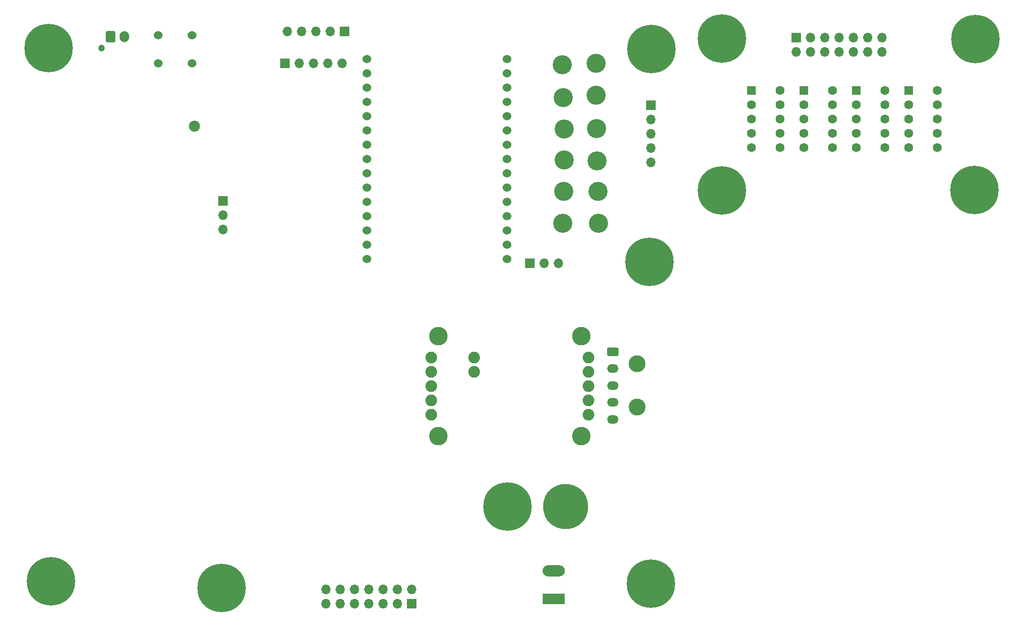
<source format=gbr>
%TF.GenerationSoftware,KiCad,Pcbnew,6.0.4-6f826c9f35~116~ubuntu20.04.1*%
%TF.CreationDate,2022-12-07T13:40:06+01:00*%
%TF.ProjectId,Salwa2,53616c77-6132-42e6-9b69-6361645f7063,rev?*%
%TF.SameCoordinates,Original*%
%TF.FileFunction,Soldermask,Bot*%
%TF.FilePolarity,Negative*%
%FSLAX46Y46*%
G04 Gerber Fmt 4.6, Leading zero omitted, Abs format (unit mm)*
G04 Created by KiCad (PCBNEW 6.0.4-6f826c9f35~116~ubuntu20.04.1) date 2022-12-07 13:40:06*
%MOMM*%
%LPD*%
G01*
G04 APERTURE LIST*
G04 Aperture macros list*
%AMRoundRect*
0 Rectangle with rounded corners*
0 $1 Rounding radius*
0 $2 $3 $4 $5 $6 $7 $8 $9 X,Y pos of 4 corners*
0 Add a 4 corners polygon primitive as box body*
4,1,4,$2,$3,$4,$5,$6,$7,$8,$9,$2,$3,0*
0 Add four circle primitives for the rounded corners*
1,1,$1+$1,$2,$3*
1,1,$1+$1,$4,$5*
1,1,$1+$1,$6,$7*
1,1,$1+$1,$8,$9*
0 Add four rect primitives between the rounded corners*
20,1,$1+$1,$2,$3,$4,$5,0*
20,1,$1+$1,$4,$5,$6,$7,0*
20,1,$1+$1,$6,$7,$8,$9,0*
20,1,$1+$1,$8,$9,$2,$3,0*%
G04 Aperture macros list end*
%ADD10R,1.700000X1.700000*%
%ADD11O,1.700000X1.700000*%
%ADD12C,8.600000*%
%ADD13C,0.900000*%
%ADD14C,3.400000*%
%ADD15C,3.000000*%
%ADD16RoundRect,0.250001X-0.759999X0.499999X-0.759999X-0.499999X0.759999X-0.499999X0.759999X0.499999X0*%
%ADD17O,2.020000X1.500000*%
%ADD18C,1.524000*%
%ADD19C,1.981200*%
%ADD20R,1.600000X1.600000*%
%ADD21C,1.600000*%
%ADD22C,3.302000*%
%ADD23C,2.082800*%
%ADD24R,3.960000X1.980000*%
%ADD25O,3.960000X1.980000*%
%ADD26C,8.000000*%
%ADD27C,1.200000*%
%ADD28RoundRect,0.250000X-0.600000X-0.750000X0.600000X-0.750000X0.600000X0.750000X-0.600000X0.750000X0*%
%ADD29O,1.700000X2.000000*%
G04 APERTURE END LIST*
D10*
%TO.C,J1*%
X119250000Y-49500000D03*
D11*
X121790000Y-49500000D03*
X124330000Y-49500000D03*
X126870000Y-49500000D03*
X129410000Y-49500000D03*
%TD*%
D10*
%TO.C,J2*%
X129790000Y-43750000D03*
D11*
X127250000Y-43750000D03*
X124710000Y-43750000D03*
X122170000Y-43750000D03*
X119630000Y-43750000D03*
%TD*%
D12*
%TO.C,H1*%
X158750000Y-128250000D03*
D13*
X156469581Y-125969581D03*
X161030419Y-130530419D03*
X161975000Y-128250000D03*
X161030419Y-125969581D03*
X156469581Y-130530419D03*
X158750000Y-125025000D03*
X155525000Y-128250000D03*
X158750000Y-131475000D03*
%TD*%
D14*
%TO.C,TP12*%
X168750000Y-72250000D03*
%TD*%
%TO.C,TP8*%
X174986760Y-77875300D03*
%TD*%
%TO.C,TP2*%
X174582586Y-61034711D03*
%TD*%
D15*
%TO.C,J8*%
X181820000Y-102900000D03*
X181820000Y-110600000D03*
D16*
X177500000Y-100750000D03*
D17*
X177500000Y-103750000D03*
X177500000Y-106750000D03*
X177500000Y-109750000D03*
X177500000Y-112750000D03*
%TD*%
D12*
%TO.C,H12*%
X241967578Y-45108740D03*
D13*
X241967578Y-41883740D03*
X239687159Y-47389159D03*
X238742578Y-45108740D03*
X244247997Y-42828321D03*
X245192578Y-45108740D03*
X239687159Y-42828321D03*
X241967578Y-48333740D03*
X244247997Y-47389159D03*
%TD*%
D14*
%TO.C,TP4*%
X168500000Y-49750000D03*
%TD*%
%TO.C,TP10*%
X168641258Y-77893995D03*
%TD*%
D13*
%TO.C,H11*%
X199130419Y-47380419D03*
D12*
X196850000Y-45100000D03*
D13*
X193625000Y-45100000D03*
X194569581Y-47380419D03*
X199130419Y-42819581D03*
X200075000Y-45100000D03*
X194569581Y-42819581D03*
X196850000Y-48325000D03*
X196850000Y-41875000D03*
%TD*%
D12*
%TO.C,H7*%
X184000000Y-84750000D03*
D13*
X180775000Y-84750000D03*
X181719581Y-82469581D03*
X181719581Y-87030419D03*
X186280419Y-82469581D03*
X184000000Y-87975000D03*
X184000000Y-81525000D03*
X186280419Y-87030419D03*
X187225000Y-84750000D03*
%TD*%
D18*
%TO.C,U2*%
X158696000Y-84284000D03*
X158696000Y-81744000D03*
X158696000Y-79204000D03*
X158696000Y-76664000D03*
X158696000Y-74124000D03*
X158696000Y-71584000D03*
X158696000Y-69044000D03*
X158696000Y-66504000D03*
X158696000Y-63964000D03*
X158696000Y-61424000D03*
X158696000Y-58884000D03*
X158696000Y-56344000D03*
X158696000Y-53804000D03*
X158696000Y-51264000D03*
X158696000Y-51264000D03*
X158696000Y-48724000D03*
X133804000Y-48724000D03*
X133804000Y-51264000D03*
X133804000Y-53804000D03*
X133804000Y-56344000D03*
X133804000Y-58884000D03*
X133804000Y-61424000D03*
X133804000Y-63964000D03*
X133804000Y-66504000D03*
X133804000Y-69044000D03*
X133804000Y-71584000D03*
X133804000Y-74124000D03*
X133804000Y-76664000D03*
X133804000Y-79204000D03*
X133804000Y-81744000D03*
X133804000Y-84284000D03*
%TD*%
D14*
%TO.C,TP7*%
X174852035Y-72216862D03*
%TD*%
D10*
%TO.C,J3*%
X184250000Y-56925000D03*
D11*
X184250000Y-59465000D03*
X184250000Y-62005000D03*
X184250000Y-64545000D03*
X184250000Y-67085000D03*
%TD*%
D13*
%TO.C,H6*%
X79980419Y-143880419D03*
X74475000Y-141600000D03*
X77700000Y-144825000D03*
D12*
X77700000Y-141600000D03*
D13*
X77700000Y-138375000D03*
X75419581Y-139319581D03*
X79980419Y-139319581D03*
X75419581Y-143880419D03*
X80925000Y-141600000D03*
%TD*%
D19*
%TO.C,BT1*%
X103150011Y-60670300D03*
%TD*%
D14*
%TO.C,TP5*%
X174515224Y-55106824D03*
%TD*%
D20*
%TO.C,U11*%
X211482500Y-54282500D03*
D21*
X211482500Y-56822500D03*
X211482500Y-59362500D03*
X211482500Y-61902500D03*
X211482500Y-64442500D03*
X216562500Y-64442500D03*
X216562500Y-61902500D03*
X216562500Y-59362500D03*
X216562500Y-56822500D03*
X216562500Y-54282500D03*
%TD*%
D10*
%TO.C,J6*%
X141740000Y-145540000D03*
D11*
X141740000Y-143000000D03*
X139200000Y-145540000D03*
X139200000Y-143000000D03*
X136660000Y-145540000D03*
X136660000Y-143000000D03*
X134120000Y-145540000D03*
X134120000Y-143000000D03*
X131580000Y-145540000D03*
X131580000Y-143000000D03*
X129040000Y-145540000D03*
X129040000Y-143000000D03*
X126500000Y-145540000D03*
X126500000Y-143000000D03*
%TD*%
D14*
%TO.C,TP11*%
X174717311Y-66827874D03*
%TD*%
D22*
%TO.C,U13*%
X146520000Y-115771199D03*
X171920000Y-115771199D03*
X146520000Y-97991199D03*
X171920000Y-97991199D03*
D23*
X173190000Y-111961199D03*
X173190000Y-109421199D03*
X173190000Y-106881199D03*
X173190000Y-104341199D03*
X173190000Y-101801199D03*
X145250000Y-101801199D03*
X145250000Y-104341199D03*
X145250000Y-106881199D03*
X145250000Y-109421199D03*
X145250000Y-111961199D03*
X152870000Y-104341199D03*
X152870000Y-101801199D03*
%TD*%
D20*
%TO.C,U12*%
X220792500Y-54282500D03*
D21*
X220792500Y-56822500D03*
X220792500Y-59362500D03*
X220792500Y-61902500D03*
X220792500Y-64442500D03*
X225872500Y-64442500D03*
X225872500Y-61902500D03*
X225872500Y-59362500D03*
X225872500Y-56822500D03*
X225872500Y-54282500D03*
%TD*%
D20*
%TO.C,U9*%
X202172500Y-54282500D03*
D21*
X202172500Y-56822500D03*
X202172500Y-59362500D03*
X202172500Y-61902500D03*
X202172500Y-64442500D03*
X207252500Y-64442500D03*
X207252500Y-61902500D03*
X207252500Y-59362500D03*
X207252500Y-56822500D03*
X207252500Y-54282500D03*
%TD*%
D10*
%TO.C,J5*%
X108203972Y-73942556D03*
D11*
X108203972Y-76482556D03*
X108203972Y-79022556D03*
%TD*%
D10*
%TO.C,J4*%
X162725000Y-85000000D03*
D11*
X165265000Y-85000000D03*
X167805000Y-85000000D03*
%TD*%
D24*
%TO.C,S1*%
X167000000Y-144750000D03*
D25*
X167000000Y-139750000D03*
%TD*%
D20*
%TO.C,U10*%
X230102500Y-54282500D03*
D21*
X230102500Y-56822500D03*
X230102500Y-59362500D03*
X230102500Y-61902500D03*
X230102500Y-64442500D03*
X235182500Y-64442500D03*
X235182500Y-61902500D03*
X235182500Y-59362500D03*
X235182500Y-56822500D03*
X235182500Y-54282500D03*
%TD*%
D13*
%TO.C,H3*%
X186655419Y-44619581D03*
X187600000Y-46900000D03*
X182094581Y-49180419D03*
X184375000Y-43675000D03*
X186655419Y-49180419D03*
X181150000Y-46900000D03*
D12*
X184375000Y-46900000D03*
D13*
X182094581Y-44619581D03*
X184375000Y-50125000D03*
%TD*%
D14*
%TO.C,TP9*%
X168836172Y-66621456D03*
%TD*%
D13*
%TO.C,H2*%
X167023496Y-130418552D03*
X171266136Y-130418552D03*
X166144816Y-128297232D03*
X169144816Y-125297232D03*
D26*
X169144816Y-128297232D03*
D13*
X171266136Y-126175912D03*
X169144816Y-131297232D03*
X172144816Y-128297232D03*
X167023496Y-126175912D03*
%TD*%
D14*
%TO.C,TP1*%
X174500000Y-49500000D03*
%TD*%
D13*
%TO.C,H8*%
X184300000Y-138775000D03*
X184300000Y-145225000D03*
X181075000Y-142000000D03*
X182019581Y-139719581D03*
X187525000Y-142000000D03*
X186580419Y-144280419D03*
X186580419Y-139719581D03*
X182019581Y-144280419D03*
D12*
X184300000Y-142000000D03*
%TD*%
D13*
%TO.C,H10*%
X239494211Y-69712352D03*
D12*
X241774630Y-71992771D03*
D13*
X239494211Y-74273190D03*
X241774630Y-68767771D03*
X244055049Y-69712352D03*
X244999630Y-71992771D03*
X241774630Y-75217771D03*
X238549630Y-71992771D03*
X244055049Y-74273190D03*
%TD*%
%TO.C,H5*%
X108000000Y-139525000D03*
X104775000Y-142750000D03*
D12*
X108000000Y-142750000D03*
D13*
X111225000Y-142750000D03*
X105719581Y-145030419D03*
X108000000Y-145975000D03*
X110280419Y-145030419D03*
X105719581Y-140469581D03*
X110280419Y-140469581D03*
%TD*%
D18*
%TO.C,SW2*%
X102750000Y-44500000D03*
X102750000Y-49500000D03*
X96750000Y-44500000D03*
X96750000Y-49500000D03*
%TD*%
D27*
%TO.C,SW1*%
X86650000Y-46725000D03*
D28*
X88250000Y-44725000D03*
D29*
X90750000Y-44725000D03*
%TD*%
D13*
%TO.C,H4*%
X74969581Y-49030419D03*
D12*
X77250000Y-46750000D03*
D13*
X80475000Y-46750000D03*
X77250000Y-49975000D03*
X74969581Y-44469581D03*
X74025000Y-46750000D03*
X79530419Y-49030419D03*
X77250000Y-43525000D03*
X79530419Y-44469581D03*
%TD*%
D12*
%TO.C,H9*%
X196850000Y-72100000D03*
D13*
X196850000Y-75325000D03*
X194569581Y-74380419D03*
X199130419Y-69819581D03*
X200075000Y-72100000D03*
X196850000Y-68875000D03*
X194569581Y-69819581D03*
X199130419Y-74380419D03*
X193625000Y-72100000D03*
%TD*%
D14*
%TO.C,TP6*%
X168673743Y-55576317D03*
%TD*%
D10*
%TO.C,J7*%
X210100000Y-44850000D03*
D11*
X210100000Y-47390000D03*
X212640000Y-44850000D03*
X212640000Y-47390000D03*
X215180000Y-44850000D03*
X215180000Y-47390000D03*
X217720000Y-44850000D03*
X217720000Y-47390000D03*
X220260000Y-44850000D03*
X220260000Y-47390000D03*
X222800000Y-44850000D03*
X222800000Y-47390000D03*
X225340000Y-44850000D03*
X225340000Y-47390000D03*
%TD*%
D14*
%TO.C,TP3*%
X168836172Y-61131372D03*
%TD*%
M02*

</source>
